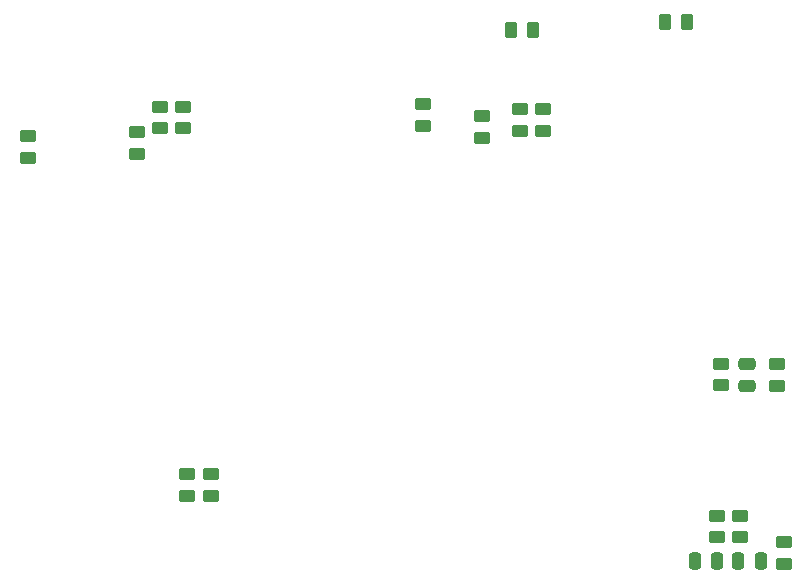
<source format=gbp>
G04 #@! TF.GenerationSoftware,KiCad,Pcbnew,(6.0.6)*
G04 #@! TF.CreationDate,2023-04-23T20:46:21-02:30*
G04 #@! TF.ProjectId,ControlBoard,436f6e74-726f-46c4-926f-6172642e6b69,rev?*
G04 #@! TF.SameCoordinates,Original*
G04 #@! TF.FileFunction,Paste,Bot*
G04 #@! TF.FilePolarity,Positive*
%FSLAX46Y46*%
G04 Gerber Fmt 4.6, Leading zero omitted, Abs format (unit mm)*
G04 Created by KiCad (PCBNEW (6.0.6)) date 2023-04-23 20:46:21*
%MOMM*%
%LPD*%
G01*
G04 APERTURE LIST*
G04 Aperture macros list*
%AMRoundRect*
0 Rectangle with rounded corners*
0 $1 Rounding radius*
0 $2 $3 $4 $5 $6 $7 $8 $9 X,Y pos of 4 corners*
0 Add a 4 corners polygon primitive as box body*
4,1,4,$2,$3,$4,$5,$6,$7,$8,$9,$2,$3,0*
0 Add four circle primitives for the rounded corners*
1,1,$1+$1,$2,$3*
1,1,$1+$1,$4,$5*
1,1,$1+$1,$6,$7*
1,1,$1+$1,$8,$9*
0 Add four rect primitives between the rounded corners*
20,1,$1+$1,$2,$3,$4,$5,0*
20,1,$1+$1,$4,$5,$6,$7,0*
20,1,$1+$1,$6,$7,$8,$9,0*
20,1,$1+$1,$8,$9,$2,$3,0*%
G04 Aperture macros list end*
%ADD10RoundRect,0.250000X-0.262500X-0.450000X0.262500X-0.450000X0.262500X0.450000X-0.262500X0.450000X0*%
%ADD11RoundRect,0.250000X-0.450000X0.262500X-0.450000X-0.262500X0.450000X-0.262500X0.450000X0.262500X0*%
%ADD12RoundRect,0.250000X-0.250000X-0.475000X0.250000X-0.475000X0.250000X0.475000X-0.250000X0.475000X0*%
%ADD13RoundRect,0.250000X0.250000X0.475000X-0.250000X0.475000X-0.250000X-0.475000X0.250000X-0.475000X0*%
%ADD14RoundRect,0.250000X0.450000X-0.262500X0.450000X0.262500X-0.450000X0.262500X-0.450000X-0.262500X0*%
%ADD15RoundRect,0.250000X0.475000X-0.250000X0.475000X0.250000X-0.475000X0.250000X-0.475000X-0.250000X0*%
G04 APERTURE END LIST*
D10*
X124387500Y-94400000D03*
X126212500Y-94400000D03*
D11*
X70400000Y-104062500D03*
X70400000Y-105887500D03*
X85925000Y-132662500D03*
X85925000Y-134487500D03*
X128750000Y-136175000D03*
X128750000Y-138000000D03*
X83900000Y-132662500D03*
X83900000Y-134487500D03*
X112050000Y-101787500D03*
X112050000Y-103612500D03*
X108875000Y-102362500D03*
X108875000Y-104187500D03*
D12*
X126900000Y-140050000D03*
X128800000Y-140050000D03*
D13*
X132475000Y-140050000D03*
X130575000Y-140050000D03*
D11*
X83600000Y-101537500D03*
X83600000Y-103362500D03*
X81650000Y-101537500D03*
X81650000Y-103362500D03*
X114025000Y-101787500D03*
X114025000Y-103612500D03*
X130700000Y-136175000D03*
X130700000Y-138000000D03*
D14*
X79675000Y-105537500D03*
X79675000Y-103712500D03*
X129125000Y-125137500D03*
X129125000Y-123312500D03*
D10*
X111337500Y-95050000D03*
X113162500Y-95050000D03*
D14*
X134425000Y-140275000D03*
X134425000Y-138450000D03*
D15*
X131300000Y-125200000D03*
X131300000Y-123300000D03*
D11*
X103900000Y-101337500D03*
X103900000Y-103162500D03*
D14*
X133850000Y-125187500D03*
X133850000Y-123362500D03*
M02*

</source>
